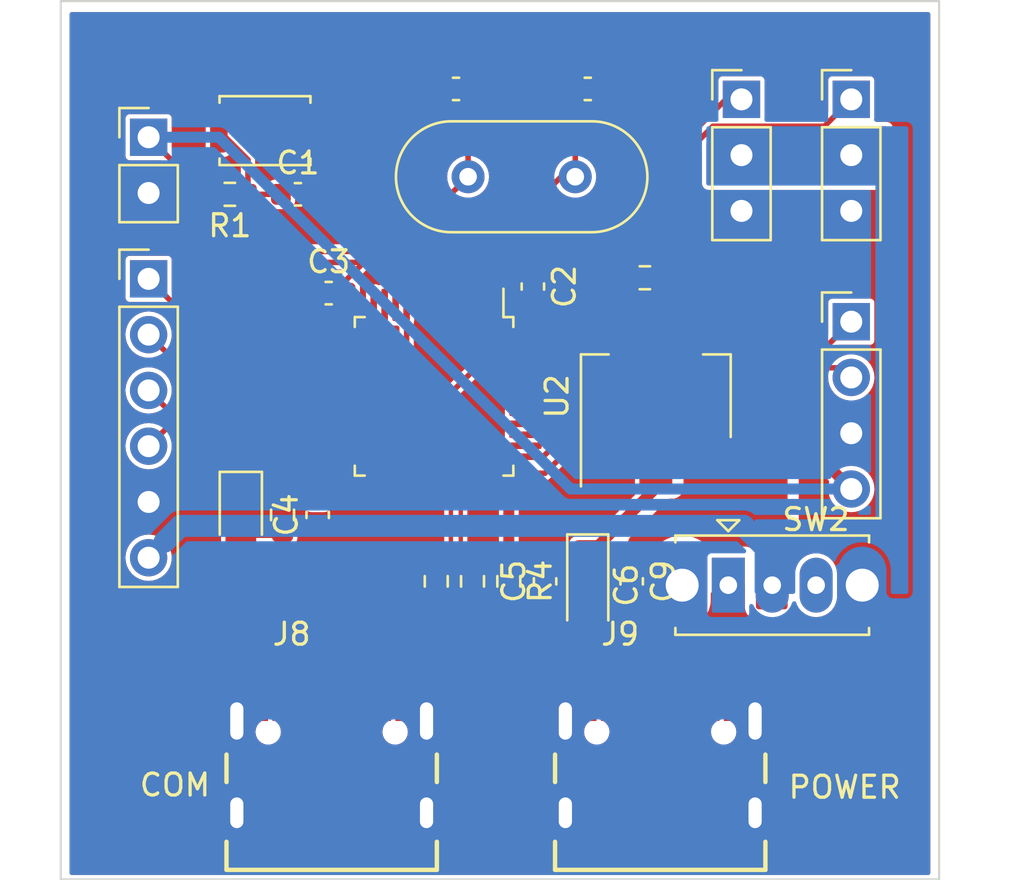
<source format=kicad_pcb>
(kicad_pcb (version 20211014) (generator pcbnew)
  (layers (0 "F.Cu" signal) (31 "B.Cu" signal) (34 "B.Paste" user) (35 "F.Paste" user) (36 "B.SilkS" user "B.Silkscreen") (37 "F.SilkS" user "F.Silkscreen") (38 "B.Mask" user) (39 "F.Mask" user) (44 "Edge.Cuts" user))
  (net 0 "")
  (net 1 "GND")
  (net 2 "+3V3")
  (net 3 "+5V")
  (net 4 "/PD0")
  (net 5 "/PD1")
  (net 6 "Net-(D1-Pad2)")
  (net 7 "Net-(R2-Pad1)")
  (net 8 "Net-(R3-Pad1)")
  (net 19 "/IN1")
  (net 20 "/IN2")
  (net 21 "/IN3")
  (net 22 "/IN4")
  (net 24 "/PB13")
  (net 28 "/PWM2")
  (net 30 "Net-(J4-Pad2)")
  (net 31 "Net-(J4-Pad1)")
  (net 38 "/PWM1")
  (net 39 "/USBD-")
  (net 40 "/USBD+")
  (net 41 "D-")
  (net 42 "D+")
  (net 43 "/VBUS")
  (net 60 "Net-(C1-Pad1)")
  (footprint "Resistor_SMD:R_0603_1608Metric" (layer "F.Cu") (at 100.7 101.8 180)
    (fp_text reference "R1" (at 0 -1.43) (layer "F.SilkS"))
    (fp_text value "10k")
    (fp_line (start -0.237258 0.5225) (end 0.237258 0.5225) (layer "F.SilkS") (width 0.12))
    (fp_line (start -0.237258 -0.5225) (end 0.237258 -0.5225) (layer "F.SilkS") (width 0.12))
    (pad "1" smd roundrect (at -0.825 0 180) (size 0.8 0.95) (layers "F.Cu" "F.Paste" "F.Mask") (net 60 "Net-(C1-Pad1)"))
    (pad "2" smd roundrect (at 0.825 0 180) (size 0.8 0.95) (layers "F.Cu" "F.Paste" "F.Mask") (net 2 "+3V3"))
  )
  (footprint "Crystal:Crystal_HC49-4H_Vertical" (layer "F.Cu") (at 111.55 101)
    (fp_text reference "Y1" hide)
    (fp_text value "8Mhz")
    (fp_line (start -0.76 -2.525) (end 5.64 -2.525) (layer "F.SilkS") (width 0.12))
    (fp_line (start -0.76 2.525) (end 5.64 2.525) (layer "F.SilkS") (width 0.12))
    (fp_arc (start 5.64 -2.525) (mid 8.165 0) (end 5.64 2.525) (layer "F.SilkS") (width 0.12))
    (fp_arc (start -0.76 2.525) (mid -3.285 0) (end -0.76 -2.525) (layer "F.SilkS") (width 0.12))
    (pad "1" thru_hole circle (at 0 0) (size 1.5 1.5) (drill 0.8) (layers *.Cu *.Mask) (net 5 "/PD1"))
    (pad "2" thru_hole circle (at 4.88 0) (size 1.5 1.5) (drill 0.8) (layers *.Cu *.Mask) (net 4 "/PD0"))
  )
  (footprint "Capacitor_SMD:C_0603_1608Metric" (layer "F.Cu") (at 114.5 106 -90)
    (fp_text reference "C2" (at 0 -1.43 90) (layer "F.SilkS"))
    (fp_text value "0.1uF")
    (fp_line (start -0.14058 -0.51) (end 0.14058 -0.51) (layer "F.SilkS") (width 0.12))
    (fp_line (start -0.14058 0.51) (end 0.14058 0.51) (layer "F.SilkS") (width 0.12))
    (pad "1" smd roundrect (at -0.775 0 270) (size 0.9 0.95) (layers "F.Cu" "F.Paste" "F.Mask") (net 1 "GND"))
    (pad "2" smd roundrect (at 0.775 0 270) (size 0.9 0.95) (layers "F.Cu" "F.Paste" "F.Mask") (net 2 "+3V3"))
  )
  (footprint "Button_Switch_SMD:SW_Push_SPST_NO_Alps_SKRK" (layer "F.Cu") (at 102.3 98.9)
    (fp_text reference "SW1" hide)
    (fp_text value "SW_Push")
    (fp_line (start -2.07 -1.27) (end -2.07 -1.57) (layer "F.SilkS") (width 0.12))
    (fp_line (start -2.07 -1.57) (end 2.07 -1.57) (layer "F.SilkS") (width 0.12))
    (fp_line (start 2.07 1.57) (end -2.07 1.57) (layer "F.SilkS") (width 0.12))
    (fp_line (start 2.07 1.27) (end 2.07 1.57) (layer "F.SilkS") (width 0.12))
    (fp_line (start -2.07 1.57) (end -2.07 1.27) (layer "F.SilkS") (width 0.12))
    (fp_line (start 2.07 -1.57) (end 2.07 -1.27) (layer "F.SilkS") (width 0.12))
    (pad "1" smd roundrect (at -2.1 0) (size 0.8 2) (layers "F.Cu" "F.Paste" "F.Mask") (net 60 "Net-(C1-Pad1)"))
    (pad "2" smd roundrect (at 2.1 0) (size 0.8 2) (layers "F.Cu" "F.Paste" "F.Mask") (net 1 "GND"))
  )
  (footprint "Capacitor_SMD:C_0603_1608Metric" (layer "F.Cu") (at 103.8 101.8)
    (fp_text reference "C1" (at 0 -1.43) (layer "F.SilkS"))
    (fp_text value "0.1uF")
    (fp_line (start -0.14058 -0.51) (end 0.14058 -0.51) (layer "F.SilkS") (width 0.12))
    (fp_line (start -0.14058 0.51) (end 0.14058 0.51) (layer "F.SilkS") (width 0.12))
    (pad "1" smd roundrect (at -0.775 0) (size 0.9 0.95) (layers "F.Cu" "F.Paste" "F.Mask") (net 60 "Net-(C1-Pad1)"))
    (pad "2" smd roundrect (at 0.775 0) (size 0.9 0.95) (layers "F.Cu" "F.Paste" "F.Mask") (net 1 "GND"))
  )
  (footprint "Package_TO_SOT_SMD:SOT-223" (layer "F.Cu") (at 120.1 111 90)
    (fp_text reference "U2" (at 0 -4.5 90) (layer "F.SilkS"))
    (fp_text value "AMS1117-3.3")
    (fp_line (start -1.85 3.41) (end 1.91 3.41) (layer "F.SilkS") (width 0.12))
    (fp_line (start 1.91 3.41) (end 1.91 2.15) (layer "F.SilkS") (width 0.12))
    (fp_line (start 1.91 -3.41) (end 1.91 -2.15) (layer "F.SilkS") (width 0.12))
    (fp_line (start -4.1 -3.41) (end 1.91 -3.41) (layer "F.SilkS") (width 0.12))
    (pad "1" smd rect (at -3.15 -2.3 90) (size 2 1.5) (layers "F.Cu" "F.Paste" "F.Mask") (net 1 "GND"))
    (pad "2" smd rect (at -3.15 0 90) (size 2 1.5) (layers "F.Cu" "F.Paste" "F.Mask") (net 2 "+3V3"))
    (pad "3" smd rect (at -3.15 2.3 90) (size 2 1.5) (layers "F.Cu" "F.Paste" "F.Mask") (net 3 "+5V"))
    (pad "4" smd rect (at 3.15 0 90) (size 2 3.8) (layers "F.Cu" "F.Paste" "F.Mask"))
  )
  (footprint "Capacitor_SMD:C_0603_1608Metric" (layer "F.Cu") (at 119 119.425 -90)
    (fp_text reference "C9" (at 0 -1.43 90) (layer "F.SilkS"))
    (fp_text value "10uF")
    (fp_line (start -0.14058 0.51) (end 0.14058 0.51) (layer "F.SilkS") (width 0.12))
    (fp_line (start -0.14058 -0.51) (end 0.14058 -0.51) (layer "F.SilkS") (width 0.12))
    (pad "1" smd roundrect (at -0.775 0 270) (size 0.9 0.95) (layers "F.Cu" "F.Paste" "F.Mask") (net 3 "+5V"))
    (pad "2" smd roundrect (at 0.775 0 270) (size 0.9 0.95) (layers "F.Cu" "F.Paste" "F.Mask") (net 1 "GND"))
  )
  (footprint "Capacitor_SMD:C_0603_1608Metric" (layer "F.Cu") (at 104.7 116.4 90)
    (fp_text reference "C4" (at 0 -1.43 90) (layer "F.SilkS"))
    (fp_text value "0.1uF")
    (fp_line (start -0.14058 -0.51) (end 0.14058 -0.51) (layer "F.SilkS") (width 0.12))
    (fp_line (start -0.14058 0.51) (end 0.14058 0.51) (layer "F.SilkS") (width 0.12))
    (pad "1" smd roundrect (at -0.775 0 90) (size 0.9 0.95) (layers "F.Cu" "F.Paste" "F.Mask") (net 1 "GND"))
    (pad "2" smd roundrect (at 0.775 0 90) (size 0.9 0.95) (layers "F.Cu" "F.Paste" "F.Mask") (net 2 "+3V3"))
  )
  (footprint "Capacitor_SMD:C_0603_1608Metric" (layer "F.Cu") (at 105.2 106.3)
    (fp_text reference "C3" (at 0 -1.43) (layer "F.SilkS"))
    (fp_text value "0.1uF")
    (fp_line (start -0.14058 -0.51) (end 0.14058 -0.51) (layer "F.SilkS") (width 0.12))
    (fp_line (start -0.14058 0.51) (end 0.14058 0.51) (layer "F.SilkS") (width 0.12))
    (pad "1" smd roundrect (at -0.775 0) (size 0.9 0.95) (layers "F.Cu" "F.Paste" "F.Mask") (net 1 "GND"))
    (pad "2" smd roundrect (at 0.775 0) (size 0.9 0.95) (layers "F.Cu" "F.Paste" "F.Mask") (net 2 "+3V3"))
  )
  (footprint "USB4105-GF-A:GCT_USB4105-GF-A" (layer "F.Cu") (at 105.3375 129.965)
    (fp_text reference "J8" (at -1.825 -8.135) (layer "F.SilkS"))
    (fp_text value "USB4105-GF-A")
    (fp_line (start -4.79 -2.65) (end -4.79 -1.4) (layer "F.SilkS") (width 0.2))
    (fp_line (start 4.79 -2.65) (end 4.79 -1.4) (layer "F.SilkS") (width 0.2))
    (fp_line (start -4.79 1.32) (end -4.79 2.6) (layer "F.SilkS") (width 0.2))
    (fp_line (start 4.79 2.6) (end 4.79 1.32) (layer "F.SilkS") (width 0.2))
    (fp_line (start -4.79 2.6) (end 4.79 2.6) (layer "F.SilkS") (width 0.2))
    (pad "" np_thru_hole circle locked (at -2.89 -3.68) (size 0.65 0.65) (drill 0.65) (layers *.Cu *.Mask))
    (pad "" np_thru_hole circle locked (at 2.89 -3.68) (size 0.65 0.65) (drill 0.65) (layers *.Cu *.Mask))
    (pad "A1_B12" smd rect locked (at -3.2 -4.755) (size 0.6 1.15) (layers "F.Cu" "F.Paste" "F.Mask") (net 1 "GND"))
    (pad "A4_B9" smd rect locked (at -2.4 -4.755) (size 0.6 1.15) (layers "F.Cu" "F.Paste" "F.Mask"))
    (pad "A5" smd rect locked (at -1.25 -4.755) (size 0.3 1.15) (layers "F.Cu" "F.Paste" "F.Mask"))
    (pad "A6" smd rect locked (at -0.25 -4.755) (size 0.3 1.15) (layers "F.Cu" "F.Paste" "F.Mask") (net 42 "D+"))
    (pad "A7" smd rect locked (at 0.25 -4.755) (size 0.3 1.15) (layers "F.Cu" "F.Paste" "F.Mask") (net 41 "D-"))
    (pad "A8" smd rect locked (at 1.25 -4.755) (size 0.3 1.15) (layers "F.Cu" "F.Paste" "F.Mask"))
    (pad "B1_A12" smd rect locked (at 3.2 -4.755) (size 0.6 1.15) (layers "F.Cu" "F.Paste" "F.Mask") (net 1 "GND"))
    (pad "B4_A9" smd rect locked (at 2.4 -4.755) (size 0.6 1.15) (layers "F.Cu" "F.Paste" "F.Mask"))
    (pad "B5" smd rect locked (at 1.75 -4.755) (size 0.3 1.15) (layers "F.Cu" "F.Paste" "F.Mask"))
    (pad "B6" smd rect locked (at 0.75 -4.755) (size 0.3 1.15) (layers "F.Cu" "F.Paste" "F.Mask") (net 42 "D+"))
    (pad "B7" smd rect locked (at -0.75 -4.755) (size 0.3 1.15) (layers "F.Cu" "F.Paste" "F.Mask") (net 41 "D-"))
    (pad "B8" smd rect locked (at -1.75 -4.755) (size 0.3 1.15) (layers "F.Cu" "F.Paste" "F.Mask"))
    (pad "S1" thru_hole oval locked (at -4.32 -4.18) (size 1.05 2.1) (drill oval 0.6 1.7) (layers *.Cu *.Mask) (net 1 "GND"))
    (pad "S2" thru_hole oval locked (at -4.32 0) (size 1 2) (drill oval 0.6 1.4) (layers *.Cu *.Mask) (net 1 "GND"))
    (pad "S3" thru_hole oval locked (at 4.32 0) (size 1 2) (drill oval 0.6 1.4) (layers *.Cu *.Mask) (net 1 "GND"))
    (pad "S4" thru_hole oval locked (at 4.32 -4.18) (size 1.05 2.1) (drill oval 0.6 1.7) (layers *.Cu *.Mask) (net 1 "GND"))
  )
  (footprint "Resistor_SMD:R_0603_1608Metric" (layer "F.Cu") (at 110.1 119.425 -90)
    (fp_text reference "R5" hide)
    (fp_text value "22R")
    (fp_line (start -0.237258 -0.5225) (end 0.237258 -0.5225) (layer "F.SilkS") (width 0.12))
    (fp_line (start -0.237258 0.5225) (end 0.237258 0.5225) (layer "F.SilkS") (width 0.12))
    (pad "1" smd roundrect (at -0.825 0 270) (size 0.8 0.95) (layers "F.Cu" "F.Paste" "F.Mask") (net 39 "/USBD-"))
    (pad "2" smd roundrect (at 0.825 0 270) (size 0.8 0.95) (layers "F.Cu" "F.Paste" "F.Mask") (net 41 "D-"))
  )
  (footprint "LED_SMD:LED_0805_2012Metric_Pad1.15x1.40mm_HandSolder" (layer "F.Cu") (at 101.2 116.3 -90)
    (fp_text reference "D1" hide)
    (fp_text value "LED")
    (fp_line (start -1.86 -0.96) (end -1.86 0.96) (layer "F.SilkS") (width 0.12))
    (fp_line (start -1.86 0.96) (end 1 0.96) (layer "F.SilkS") (width 0.12))
    (fp_line (start 1 -0.96) (end -1.86 -0.96) (layer "F.SilkS") (width 0.12))
    (pad "1" smd roundrect (at -1.025 0 270) (size 1.15 1.4) (layers "F.Cu" "F.Paste" "F.Mask") (roundrect_rratio 0.2173913043) (net 1 "GND"))
    (pad "2" smd roundrect (at 1.025 0 270) (size 1.15 1.4) (layers "F.Cu" "F.Paste" "F.Mask") (roundrect_rratio 0.2173913043) (net 6 "Net-(D1-Pad2)"))
  )
  (footprint "Capacitor_SMD:C_0603_1608Metric" (layer "F.Cu") (at 115.056 119.425 90)
    (fp_text reference "C5" (at 0 -1.43 90) (layer "F.SilkS"))
    (fp_text value "0.1uF")
    (fp_line (start -0.14058 -0.51) (end 0.14058 -0.51) (layer "F.SilkS") (width 0.12))
    (fp_line (start -0.14058 0.51) (end 0.14058 0.51) (layer "F.SilkS") (width 0.12))
    (pad "1" smd roundrect (at -0.775 0 90) (size 0.9 0.95) (layers "F.Cu" "F.Paste" "F.Mask") (net 1 "GND"))
    (pad "2" smd roundrect (at 0.775 0 90) (size 0.9 0.95) (layers "F.Cu" "F.Paste" "F.Mask") (net 2 "+3V3"))
  )
  (footprint "Capacitor_SMD:C_0603_1608Metric" (layer "F.Cu") (at 117 97 180)
    (fp_text reference "C7" hide)
    (fp_text value "30pF")
    (fp_line (start -0.14058 -0.51) (end 0.14058 -0.51) (layer "F.SilkS") (width 0.12))
    (fp_line (start -0.14058 0.51) (end 0.14058 0.51) (layer "F.SilkS") (width 0.12))
    (pad "1" smd roundrect (at -0.775 0 180) (size 0.9 0.95) (layers "F.Cu" "F.Paste" "F.Mask") (net 1 "GND"))
    (pad "2" smd roundrect (at 0.775 0 180) (size 0.9 0.95) (layers "F.Cu" "F.Paste" "F.Mask") (net 4 "/PD0"))
  )
  (footprint "Connector_PinHeader_2.54mm:PinHeader_1x03_P2.54mm_Vertical" (layer "F.Cu") (at 129 97.475)
    (fp_text reference "J1" hide)
    (fp_text value "Conn_01x03_Male")
    (fp_line (start -1.33 6.41) (end 1.33 6.41) (layer "F.SilkS") (width 0.12))
    (fp_line (start -1.33 1.27) (end 1.33 1.27) (layer "F.SilkS") (width 0.12))
    (fp_line (start 1.33 1.27) (end 1.33 6.41) (layer "F.SilkS") (width 0.12))
    (fp_line (start -1.33 1.27) (end -1.33 6.41) (layer "F.SilkS") (width 0.12))
    (fp_line (start -1.33 -1.33) (end 0 -1.33) (layer "F.SilkS") (width 0.12))
    (fp_line (start -1.33 0) (end -1.33 -1.33) (layer "F.SilkS") (width 0.12))
    (pad "1" thru_hole rect (at 0 0) (size 1.7 1.7) (drill 1) (layers *.Cu *.Mask) (net 28 "/PWM2"))
    (pad "2" thru_hole oval (at 0 2.54) (size 1.7 1.7) (drill 1) (layers *.Cu *.Mask) (net 3 "+5V"))
    (pad "3" thru_hole oval (at 0 5.08) (size 1.7 1.7) (drill 1) (layers *.Cu *.Mask) (net 1 "GND"))
  )
  (footprint "Capacitor_Tantalum_SMD:CP_EIA-3216-18_Kemet-A" (layer "F.Cu") (at 117 119.6 -90)
    (fp_text reference "C6" (at 0 -1.75 90) (layer "F.SilkS"))
    (fp_text value "22uF")
    (fp_line (start -2.31 -0.935) (end -2.31 0.935) (layer "F.SilkS") (width 0.12))
    (fp_line (start 1.6 -0.935) (end -2.31 -0.935) (layer "F.SilkS") (width 0.12))
    (fp_line (start -2.31 0.935) (end 1.6 0.935) (layer "F.SilkS") (width 0.12))
    (pad "1" smd roundrect (at -1.35 0 270) (size 1.4 1.35) (layers "F.Cu" "F.Paste" "F.Mask") (roundrect_rratio 0.1851851852) (net 2 "+3V3"))
    (pad "2" smd roundrect (at 1.35 0 270) (size 1.4 1.35) (layers "F.Cu" "F.Paste" "F.Mask") (roundrect_rratio 0.1851851852) (net 1 "GND"))
  )
  (footprint "Resistor_SMD:R_0603_1608Metric" (layer "F.Cu") (at 111.752 119.425 -90)
    (fp_text reference "R6" hide)
    (fp_text value "22R")
    (fp_line (start -0.237258 -0.5225) (end 0.237258 -0.5225) (layer "F.SilkS") (width 0.12))
    (fp_line (start -0.237258 0.5225) (end 0.237258 0.5225) (layer "F.SilkS") (width 0.12))
    (pad "1" smd roundrect (at -0.825 0 270) (size 0.8 0.95) (layers "F.Cu" "F.Paste" "F.Mask") (net 40 "/USBD+"))
    (pad "2" smd roundrect (at 0.825 0 270) (size 0.8 0.95) (layers "F.Cu" "F.Paste" "F.Mask") (net 42 "D+"))
  )
  (footprint "Resistor_SMD:R_0603_1608Metric" (layer "F.Cu") (at 103.1 116.4 -90)
    (fp_text reference "R3" hide)
    (fp_text value "4.7k")
    (fp_line (start -0.237258 0.5225) (end 0.237258 0.5225) (layer "F.SilkS") (width 0.12))
    (fp_line (start -0.237258 -0.5225) (end 0.237258 -0.5225) (layer "F.SilkS") (width 0.12))
    (pad "1" smd roundrect (at -0.825 0 270) (size 0.8 0.95) (layers "F.Cu" "F.Paste" "F.Mask") (net 8 "Net-(R3-Pad1)"))
    (pad "2" smd roundrect (at 0.825 0 270) (size 0.8 0.95) (layers "F.Cu" "F.Paste" "F.Mask") (net 6 "Net-(D1-Pad2)"))
  )
  (footprint "Connector_PinHeader_2.54mm:PinHeader_1x04_P2.54mm_Vertical" (layer "F.Cu") (at 129 107.6)
    (fp_text reference "J4" hide)
    (fp_text value "Conn_01x04_Male")
    (fp_line (start -1.33 0) (end -1.33 -1.33) (layer "F.SilkS") (width 0.12))
    (fp_line (start -1.33 1.27) (end -1.33 8.95) (layer "F.SilkS") (width 0.12))
    (fp_line (start -1.33 -1.33) (end 0 -1.33) (layer "F.SilkS") (width 0.12))
    (fp_line (start -1.33 8.95) (end 1.33 8.95) (layer "F.SilkS") (width 0.12))
    (fp_line (start -1.33 1.27) (end 1.33 1.27) (layer "F.SilkS") (width 0.12))
    (fp_line (start 1.33 1.27) (end 1.33 8.95) (layer "F.SilkS") (width 0.12))
    (pad "1" thru_hole rect (at 0 0) (size 1.7 1.7) (drill 1) (layers *.Cu *.Mask) (net 31 "Net-(J4-Pad1)"))
    (pad "2" thru_hole oval (at 0 2.54) (size 1.7 1.7) (drill 1) (layers *.Cu *.Mask) (net 30 "Net-(J4-Pad2)"))
    (pad "3" thru_hole oval (at 0 5.08) (size 1.7 1.7) (drill 1) (layers *.Cu *.Mask) (net 1 "GND"))
    (pad "4" thru_hole oval (at 0 7.62) (size 1.7 1.7) (drill 1) (layers *.Cu *.Mask) (net 2 "+3V3"))
  )
  (footprint "Connector_PinHeader_2.54mm:PinHeader_1x03_P2.54mm_Vertical" (layer "F.Cu") (at 124 97.475)
    (fp_text reference "J2" hide)
    (fp_text value "Conn_01x03_Male")
    (fp_line (start -1.33 -1.33) (end 0 -1.33) (layer "F.SilkS") (width 0.12))
    (fp_line (start -1.33 1.27) (end -1.33 6.41) (layer "F.SilkS") (width 0.12))
    (fp_line (start -1.33 1.27) (end 1.33 1.27) (layer "F.SilkS") (width 0.12))
    (fp_line (start 1.33 1.27) (end 1.33 6.41) (layer "F.SilkS") (width 0.12))
    (fp_line (start -1.33 6.41) (end 1.33 6.41) (layer "F.SilkS") (width 0.12))
    (fp_line (start -1.33 0) (end -1.33 -1.33) (layer "F.SilkS") (width 0.12))
    (pad "1" thru_hole rect (at 0 0) (size 1.7 1.7) (drill 1) (layers *.Cu *.Mask) (net 38 "/PWM1"))
    (pad "2" thru_hole oval (at 0 2.54) (size 1.7 1.7) (drill 1) (layers *.Cu *.Mask) (net 3 "+5V"))
    (pad "3" thru_hole oval (at 0 5.08) (size 1.7 1.7) (drill 1) (layers *.Cu *.Mask) (net 1 "GND"))
  )
  (footprint "Connector_PinHeader_2.54mm:PinHeader_1x02_P2.54mm_Vertical" (layer "F.Cu") (at 97 99.2)
    (fp_text reference "J7" hide)
    (fp_text value "Conn_01x02_Male")
    (fp_line (start -1.33 3.87) (end 1.33 3.87) (layer "F.SilkS") (width 0.12))
    (fp_line (start 1.33 1.27) (end 1.33 3.87) (layer "F.SilkS") (width 0.12))
    (fp_line (start -1.33 0) (end -1.33 -1.33) (layer "F.SilkS") (width 0.12))
    (fp_line (start -1.33 1.27) (end 1.33 1.27) (layer "F.SilkS") (width 0.12))
    (fp_line (start -1.33 -1.33) (end 0 -1.33) (layer "F.SilkS") (width 0.12))
    (fp_line (start -1.33 1.27) (end -1.33 3.87) (layer "F.SilkS") (width 0.12))
    (pad "1" thru_hole rect (at 0 0) (size 1.7 1.7) (drill 1) (layers *.Cu *.Mask) (net 2 "+3V3"))
    (pad "2" thru_hole oval (at 0 2.54) (size 1.7 1.7) (drill 1) (layers *.Cu *.Mask) (net 1 "GND"))
  )
  (footprint "Button_Switch_THT:SW_Slide_1P2T_CK_OS102011MS2Q" (layer "F.Cu") (at 123.4 119.6)
    (fp_text reference "SW2" (at 3.99 -2.99) (layer "F.SilkS"))
    (fp_text value "SW_SPDT")
    (fp_line (start -2.41 2.26) (end -2.41 1.95) (layer "F.SilkS") (width 0.12))
    (fp_line (start 0.5 -2.96) (end -0.5 -2.96) (layer "F.SilkS") (width 0.12))
    (fp_line (start 6.41 -2.26) (end 6.41 -1.95) (layer "F.SilkS") (width 0.12))
    (fp_line (start -2.41 -2.26) (end 6.41 -2.26) (layer "F.SilkS") (width 0.12))
    (fp_line (start 0 -2.46) (end 0.5 -2.96) (layer "F.SilkS") (width 0.12))
    (fp_line (start 6.41 2.26) (end -2.41 2.26) (layer "F.SilkS") (width 0.12))
    (fp_line (start 6.41 2.26) (end 6.41 1.95) (layer "F.SilkS") (width 0.12))
    (fp_line (start -2.41 -1.95) (end -2.41 -2.26) (layer "F.SilkS") (width 0.12))
    (fp_line (start -0.5 -2.96) (end 0 -2.46) (layer "F.SilkS") (width 0.12))
    (pad "1" thru_hole rect (at 0 0) (size 1.5 2.5) (drill 0.8) (layers *.Cu *.Mask) (net 43 "/VBUS"))
    (pad "2" thru_hole oval (at 2 0) (size 1.5 2.5) (drill 0.8) (layers *.Cu *.Mask) (net 3 "+5V"))
    (pad "3" thru_hole oval (at 4 0) (size 1.5 2.5) (drill 0.8) (layers *.Cu *.Mask))
    (pad "4" thru_hole oval (at -2.1 0) (size 2.2 3.5) (drill 1.5) (layers *.Cu *.Mask) (net 1 "GND"))
    (pad "5" thru_hole oval (at 6.1 0) (size 2.2 3.5) (drill 1.5) (layers *.Cu *.Mask) (net 1 "GND"))
  )
  (footprint "Package_QFP:LQFP-48_7x7mm_P0.5mm" (layer "F.Cu") (at 110 111 -90)
    (fp_text reference "U1" hide)
    (fp_text value "STM32F103C8Tx")
    (fp_line (start 3.61 3.61) (end 3.61 3.16) (layer "F.SilkS") (width 0.12))
    (fp_line (start 3.16 -3.61) (end 3.61 -3.61) (layer "F.SilkS") (width 0.12))
    (fp_line (start -3.16 3.61) (end -3.61 3.61) (layer "F.SilkS") (width 0.12))
    (fp_line (start -3.61 3.61) (end -3.61 3.16) (layer "F.SilkS") (width 0.12))
    (fp_line (start 3.61 -3.61) (end 3.61 -3.16) (layer "F.SilkS") (width 0.12))
    (fp_line (start -3.61 -3.16) (end -4.9 -3.16) (layer "F.SilkS") (width 0.12))
    (fp_line (start -3.16 -3.61) (end -3.61 -3.61) (layer "F.SilkS") (width 0.12))
    (fp_line (start -3.61 -3.61) (end -3.61 -3.16) (layer "F.SilkS") (width 0.12))
    (fp_line (start 3.16 3.61) (end 3.61 3.61) (layer "F.SilkS") (width 0.12))
    (pad "1" smd roundrect (at -4.1625 -2.75 270) (size 1.475 0.3) (layers "F.Cu" "F.Paste" "F.Mask"))
    (pad "2" smd roundrect (at -4.1625 -2.25 270) (size 1.475 0.3) (layers "F.Cu" "F.Paste" "F.Mask"))
    (pad "3" smd roundrect (at -4.1625 -1.75 270) (size 1.475 0.3) (layers "F.Cu" "F.Paste" "F.Mask"))
    (pad "4" smd roundrect (at -4.1625 -1.25 270) (size 1.475 0.3) (layers "F.Cu" "F.Paste" "F.Mask"))
    (pad "5" smd roundrect (at -4.1625 -0.75 270) (size 1.475 0.3) (layers "F.Cu" "F.Paste" "F.Mask") (net 4 "/PD0"))
    (pad "6" smd roundrect (at -4.1625 -0.25 270) (size 1.475 0.3) (layers "F.Cu" "F.Paste" "F.Mask") (net 5 "/PD1"))
    (pad "7" smd roundrect (at -4.1625 0.25 270) (size 1.475 0.3) (layers "F.Cu" "F.Paste" "F.Mask") (net 60 "Net-(C1-Pad1)"))
    (pad "8" smd roundrect (at -4.1625 0.75 270) (size 1.475 0.3) (layers "F.Cu" "F.Paste" "F.Mask") (net 1 "GND"))
    (pad "9" smd roundrect (at -4.1625 1.25 270) (size 1.475 0.3) (layers "F.Cu" "F.Paste" "F.Mask") (net 2 "+3V3"))
    (pad "10" smd roundrect (at -4.1625 1.75 270) (size 1.475 0.3) (layers "F.Cu" "F.Paste" "F.Mask"))
    (pad "11" smd roundrect (at -4.1625 2.25 270) (size 1.475 0.3) (layers "F.Cu" "F.Paste" "F.Mask"))
    (pad "12" smd roundrect (at -4.1625 2.75 270) (size 1.475 0.3) (layers "F.Cu" "F.Paste" "F.Mask"))
    (pad "13" smd roundrect (at -2.75 4.1625 270) (size 0.3 1.475) (layers "F.Cu" "F.Paste" "F.Mask"))
    (pad "14" smd roundrect (at -2.25 4.1625 270) (size 0.3 1.475) (layers "F.Cu" "F.Paste" "F.Mask"))
    (pad "15" smd roundrect (at -1.75 4.1625 270) (size 0.3 1.475) (layers "F.Cu" "F.Paste" "F.Mask"))
    (pad "16" smd roundrect (at -1.25 4.1625 270) (size 0.3 1.475) (layers "F.Cu" "F.Paste" "F.Mask"))
    (pad "17" smd roundrect (at -0.75 4.1625 270) (size 0.3 1.475) (layers "F.Cu" "F.Paste" "F.Mask"))
    (pad "18" smd roundrect (at -0.25 4.1625 270) (size 0.3 1.475) (layers "F.Cu" "F.Paste" "F.Mask") (net 19 "/IN1"))
    (pad "19" smd roundrect (at 0.25 4.1625 270) (size 0.3 1.475) (layers "F.Cu" "F.Paste" "F.Mask") (net 20 "/IN2"))
    (pad "20" smd roundrect (at 0.75 4.1625 270) (size 0.3 1.475) (layers "F.Cu" "F.Paste" "F.Mask") (net 21 "/IN3"))
    (pad "21" smd roundrect (at 1.25 4.1625 270) (size 0.3 1.475) (layers "F.Cu" "F.Paste" "F.Mask") (net 22 "/IN4"))
    (pad "22" smd roundrect (at 1.75 4.1625 270) (size 0.3 1.475) (layers "F.Cu" "F.Paste" "F.Mask") (net 8 "Net-(R3-Pad1)"))
    (pad "23" smd roundrect (at 2.25 4.1625 270) (size 0.3 1.475) (layers "F.Cu" "F.Paste" "F.Mask") (net 1 "GND"))
    (pad "24" smd roundrect (at 2.75 4.1625 270) (size 0.3 1.475) (layers "F.Cu" "F.Paste" "F.Mask") (net 2 "+3V3"))
    (pad "25" smd roundrect (at 4.1625 2.75 270) (size 1.475 0.3) (layers "F.Cu" "F.Paste" "F.Mask"))
    (pad "26" smd roundrect (at 4.1625 2.25 270) (size 1.475 0.3) (layers "F.Cu" "F.Paste" "F.Mask") (net 24 "/PB13"))
    (pad "27" smd roundrect (at 4.1625 1.75 270) (size 1.475 0.3) (layers "F.Cu" "F.Paste" "F.Mask"))
    (pad "28" smd roundrect (at 4.1625 1.25 270) (size 1.475 0.3) (layers "F.Cu" "F.Paste" "F.Mask"))
    (pad "29" smd roundrect (at 4.1625 0.75 270) (size 1.475 0.3) (layers "F.Cu" "F.Paste" "F.Mask"))
    (pad "30" smd roundrect (at 4.1625 0.25 270) (size 1.475 0.3) (layers "F.Cu" "F.Paste" "F.Mask"))
    (pad "31" smd roundrect (at 4.1625 -0.25 270) (size 1.475 0.3) (layers "F.Cu" "F.Paste" "F.Mask"))
    (pad "32" smd roundrect (at 4.1625 -0.75 270) (size 1.475 0.3) (layers "F.Cu" "F.Paste" "F.Mask") (net 39 "/USBD-"))
    (pad "33" smd roundrect (at 4.1625 -1.25 270) (size 1.475 0.3) (layers "F.Cu" "F.Paste" "F.Mask") (net 40 "/USBD+"))
    (pad "34" smd roundrect (at 4.1625 -1.75 270) (size 1.475 0.3) (layers "F.Cu" "F.Paste" "F.Mask") (net 30 "Net-(J4-Pad2)"))
    (pad "35" smd roundrect (at 4.1625 -2.25 270) (size 1.475 0.3) (layers "F.Cu" "F.Paste" "F.Mask") (net 1 "GND"))
    (pad "36" smd roundrect (at 4.1625 -2.75 270) (size 1.475 0.3) (layers "F.Cu" "F.Paste" "F.Mask") (net 2 "+3V3"))
    (pad "37" smd roundrect (at 2.75 -4.1625 270) (size 0.3 1.475) (layers "F.Cu" "F.Paste" "F.Mask") (net 31 "Net-(J4-Pad1)"))
    (pad "38" smd roundrect (at 2.25 -4.1625 270) (size 0.3 1.475) (layers "F.Cu" "F.Paste" "F.Mask"))
    (pad "39" smd roundrect (at 1.75 -4.1625 270) (size 0.3 1.475) (layers "F.Cu" "F.Paste" "F.Mask"))
    (pad "40" smd roundrect (at 1.25 -4.1625 270) (size 0.3 1.475) (layers "F.Cu" "F.Paste" "F.Mask"))
    (pad "41" smd roundrect (at 0.75 -4.1625 270) (size 0.3 1.475) (layers "F.Cu" "F.Paste" "F.Mask"))
    (pad "42" smd roundrect (at 0.25 -4.1625 270) (size 0.3 1.475) (layers "F.Cu" "F.Paste" "F.Mask"))
    (pad "43" smd roundrect (at -0.25 -4.1625 270) (size 0.3 1.475) (layers "F.Cu" "F.Paste" "F.Mask"))
    (pad "44" smd roundrect (at -0.75 -4.1625 270) (size 0.3 1.475) (layers "F.Cu" "F.Paste" "F.Mask") (net 7 "Net-(R2-Pad1)"))
    (pad "45" smd roundrect (at -1.25 -4.1625 270) (size 0.3 1.475) (layers "F.Cu" "F.Paste" "F.Mask") (net 28 "/PWM2"))
    (pad "46" smd roundrect (at -1.75 -4.1625 270) (size 0.3 1.475) (layers "F.Cu" "F.Paste" "F.Mask") (net 38 "/PWM1"))
    (pad "47" smd roundrect (at -2.25 -4.1625 270) (size 0.3 1.475) (layers "F.Cu" "F.Paste" "F.Mask") (net 1 "GND"))
    (pad "48" smd roundrect (at -2.75 -4.1625 270) (size 0.3 1.475) (layers "F.Cu" "F.Paste" "F.Mask") (net 2 "+3V3"))
  )
  (footprint "Resistor_SMD:R_0603_1608Metric" (layer "F.Cu") (at 119.6 105.6)
    (fp_text reference "R2" hide)
    (fp_text value "4.7k")
    (fp_line (start -0.237258 -0.5225) (end 0.237258 -0.5225) (layer "F.SilkS") (width 0.12))
    (fp_line (start -0.237258 0.5225) (end 0.237258 0.5225) (layer "F.SilkS") (width 0.12))
    (pad "1" smd roundrect (at -0.825 0) (size 0.8 0.95) (layers "F.Cu" "F.Paste" "F.Mask") (net 7 "Net-(R2-Pad1)"))
    (pad "2" smd roundrect (at 0.825 0) (size 0.8 0.95) (layers "F.Cu" "F.Paste" "F.Mask") (net 1 "GND"))
  )
  (footprint "Resistor_SMD:R_0603_1608Metric" (layer "F.Cu") (at 113.404 119.425 -90)
    (fp_text reference "R4" (at 0 -1.43 90) (layer "F.SilkS"))
    (fp_text value "1.5K")
    (fp_line (start -0.237258 -0.5225) (end 0.237258 -0.5225) (layer "F.SilkS") (width 0.12))
    (fp_line (start -0.237258 0.5225) (end 0.237258 0.5225) (layer "F.SilkS") (width 0.12))
    (pad "1" smd roundrect (at -0.825 0 270) (size 0.8 0.95) (layers "F.Cu" "F.Paste" "F.Mask") (net 2 "+3V3"))
    (pad "2" smd roundrect (at 0.825 0 270) (size 0.8 0.95) (layers "F.Cu" "F.Paste" "F.Mask") (net 42 "D+"))
  )
  (footprint "USB4105-GF-A:GCT_USB4105-GF-A" (layer "F.Cu") (at 120.3 129.965)
    (fp_text reference "J9" (at -1.825 -8.135) (layer "F.SilkS"))
    (fp_text value "USB4105-GF-A")
    (fp_line (start 4.79 -2.65) (end 4.79 -1.4) (layer "F.SilkS") (width 0.2))
    (fp_line (start -4.79 -2.65) (end -4.79 -1.4) (layer "F.SilkS") (width 0.2))
    (fp_line (start 4.79 2.6) (end 4.79 1.32) (layer "F.SilkS") (width 0.2))
    (fp_line (start -4.79 2.6) (end 4.79 2.6) (layer "F.SilkS") (width 0.2))
    (fp_line (start -4.79 1.32) (end -4.79 2.6) (layer "F.SilkS") (width 0.2))
    (pad "" np_thru_hole circle locked (at 2.89 -3.68) (size 0.65 0.65) (drill 0.65) (layers *.Cu *.Mask))
    (pad "" np_thru_hole circle locked (at -2.89 -3.68) (size 0.65 0.65) (drill 0.65) (layers *.Cu *.Mask))
    (pad "A1_B12" smd rect locked (at -3.2 -4.755) (size 0.6 1.15) (layers "F.Cu" "F.Paste" "F.Mask") (net 1 "GND"))
    (pad "A4_B9" smd rect locked (at -2.4 -4.755) (size 0.6 1.15) (layers "F.Cu" "F.Paste" "F.Mask") (net 43 "/VBUS"))
    (pad "A5" smd rect locked (at -1.25 -4.755) (size 0.3 1.15) (layers "F.Cu" "F.Paste" "F.Mask"))
    (pad "A6" smd rect locked (at -0.25 -4.755) (size 0.3 1.15) (layers "F.Cu" "F.Paste" "F.Mask"))
    (pad "A7" smd rect locked (at 0.25 -4.755) (size 0.3 1.15) (layers "F.Cu" "F.Paste" "F.Mask"))
    (pad "A8" smd rect locked (at 1.25 -4.755) (size 0.3 1.15) (layers "F.Cu" "F.Paste" "F.Mask"))
    (pad "B1_A12" smd rect locked (at 3.2 -4.755) (size 0.6 1.15) (layers "F.Cu" "F.Paste" "F.Mask") (net 1 "GND"))
    (pad "B4_A9" smd rect locked (at 2.4 -4.755) (size 0.6 1.15) (layers "F.Cu" "F.Paste" "F.Mask") (net 43 "/VBUS"))
    (pad "B5" smd rect locked (at 1.75 -4.755) (size 0.3 1.15) (layers "F.Cu" "F.Paste" "F.Mask"))
    (pad "B6" smd rect locked (at 0.75 -4.755) (size 0.3 1.15) (layers "F.Cu" "F.Paste" "F.Mask"))
    (pad "B7" smd rect locked (at -0.75 -4.755) (size 0.3 1.15) (layers "F.Cu" "F.Paste" "F.Mask"))
    (pad "B8" smd rect locked (at -1.75 -4.755) (size 0.3 1.15) (layers "F.Cu" "F.Paste" "F.Mask"))
    (pad "S1" thru_hole oval locked (at -4.32 -4.18) (size 1.05 2.1) (drill oval 0.6 1.7) (layers *.Cu *.Mask) (net 1 "GND"))
    (pad "S2" thru_hole oval locked (at -4.32 0) (size 1 2) (drill oval 0.6 1.4) (layers *.Cu *.Mask) (net 1 "GND"))
    (pad "S3" thru_hole oval locked (at 4.32 0) (size 1 2) (drill oval 0.6 1.4) (layers *.Cu *.Mask) (net 1 "GND"))
    (pad "S4" thru_hole oval locked (at 4.32 -4.18) (size 1.05 2.1) (drill oval 0.6 1.7) (layers *.Cu *.Mask) (net 1 "GND"))
  )
  (footprint "Connector_PinHeader_2.54mm:PinHeader_1x06_P2.54mm_Vertical" (layer "F.Cu") (at 97 105.65)
    (fp_text reference "J3" hide)
    (fp_text value "Conn_01x06_Male")
    (fp_line (start -1.33 1.27) (end 1.33 1.27) (layer "F.SilkS") (width 0.12))
    (fp_line (start -1.33 0) (end -1.33 -1.33) (layer "F.SilkS") (width 0.12))
    (fp_line (start -1.33 -1.33) (end 0 -1.33) (layer "F.SilkS") (width 0.12))
    (fp_line (start 1.33 1.27) (end 1.33 14.03) (layer "F.SilkS") (width 0.12))
    (fp_line (start -1.33 1.27) (end -1.33 14.03) (layer "F.SilkS") (width 0.12))
    (fp_line (start -1.33 14.03) (end 1.33 14.03) (layer "F.SilkS") (width 0.12))
    (pad "1" thru_hole rect (at 0 0) (size 1.7 1.7) (drill 1) (layers *.Cu *.Mask) (net 19 "/IN1"))
    (pad "2" thru_hole oval (at 0 2.54) (size 1.7 1.7) (drill 1) (layers *.Cu *.Mask) (net 20 "/IN2"))
    (pad "3" thru_hole oval (at 0 5.08) (size 1.7 1.7) (drill 1) (layers *.Cu *.Mask) (net 21 "/IN3"))
    (pad "4" thru_hole oval (at 0 7.62) (size 1.7 1.7) (drill 1) (layers *.Cu *.Mask) (net 22 "/IN4"))
    (pad "5" thru_hole oval (at 0 10.16) (size 1.7 1.7) (drill 1) (layers *.Cu *.Mask) (net 1 "GND"))
    (pad "6" thru_hole oval (at 0 12.7) (size 1.7 1.7) (drill 1) (layers *.Cu *.Mask) (net 3 "+5V"))
  )
  (footprint "Capacitor_SMD:C_0603_1608Metric" (layer "F.Cu") (at 111 97)
    (fp_text reference "C8" hide)
    (fp_text value "30pF")
    (fp_line (start -0.14058 -0.51) (end 0.14058 -0.51) (layer "F.SilkS") (width 0.12))
    (fp_line (start -0.14058 0.51) (end 0.14058 0.51) (layer "F.SilkS") (width 0.12))
    (pad "1" smd roundrect (at -0.775 0) (size 0.9 0.95) (layers "F.Cu" "F.Paste" "F.Mask") (net 1 "GND"))
    (pad "2" smd roundrect (at 0.775 0) (size 0.9 0.95) (layers "F.Cu" "F.Paste" "F.Mask") (net 5 "/PD1"))
  )
  (gr_rect (start 133 133) (end 93 93) (layer "Edge.Cuts") (width 0.1) (fill none))
  (gr_text "POWER\n" (at 128.7 128.8) (layer "F.SilkS") (effects (font (size 1 1))))
  (gr_text "COM" (at 98.2 128.7) (layer "F.SilkS") (effects (font (size 1 1))))
  (segment (start 105.975 106.3) (end 105.975 105.725) (width 0.25) (layer "F.Cu") (net 2))
  (segment (start 108.75 106.8375) (end 108.75 106.034994) (width 0.25) (layer "F.Cu") (net 2))
  (segment (start 120.1 113.4) (end 120.799511 112.700489) (width 0.5) (layer "F.Cu") (net 2))
  (segment (start 114.1625 108.25) (end 114.1625 107.3125) (width 0.25) (layer "F.Cu") (net 2))
  (segment (start 108 113.6) (end 107.85 113.75) (width 0.25) (layer "F.Cu") (net 2))
  (segment (start 126.480489 112.700489) (end 129 115.22) (width 0.5) (layer "F.Cu") (net 2))
  (segment (start 102.97452 104.89952) (end 107.614526 104.89952) (width 0.25) (layer "F.Cu") (net 2))
  (segment (start 108.009994 113.6) (end 108 113.6) (width 0.25) (layer "F.Cu") (net 2))
  (segment (start 114.1625 107.3125) (end 114.6 106.875) (width 0.25) (layer "F.Cu") (net 2))
  (segment (start 108.75 112.85) (end 108.25 113.35) (width 0.25) (layer "F.Cu") (net 2))
  (segment (start 115.456 118.25) (end 115.056 118.65) (width 0.25) (layer "F.Cu") (net 2))
  (segment (start 117.028 118.25) (end 120.1 115.178) (width 0.5) (layer "F.Cu") (net 2))
  (segment (start 114.1625 108.25) (end 113.359994 108.25) (width 0.25) (layer "F.Cu") (net 2))
  (segment (start 113.66 118.6) (end 115.39 118.6) (width 0.5) (layer "F.Cu") (net 2))
  (segment (start 104.7 114.8875) (end 105.8375 113.75) (width 0.25) (layer "F.Cu") (net 2))
  (segment (start 104.7 115.625) (end 104.7 114.8875) (width 0.25) (layer "F.Cu") (net 2))
  (segment (start 120.1 114.15) (end 120.1 113.4) (width 0.5) (layer "F.Cu") (net 2))
  (segment (start 108.75 106.034994) (end 107.614526 104.89952) (width 0.25) (layer "F.Cu") (net 2))
  (segment (start 105.975 105.725) (end 106.80048 104.89952) (width 0.25) (layer "F.Cu") (net 2))
  (segment (start 117.028 118.25) (end 115.456 118.25) (width 0.5) (layer "F.Cu") (net 2))
  (segment (start 99.6 101.8) (end 99.875 101.8) (width 0.25) (layer "F.Cu") (net 2))
  (segment (start 97 99.2) (end 99.6 101.8) (width 0.25) (layer "F.Cu") (net 2))
  (segment (start 107.85 113.75) (end 105.8375 113.75) (width 0.25) (layer "F.Cu") (net 2))
  (segment (start 113.404 115.8165) (end 113.404 115.604) (width 0.5) (layer "F.Cu") (net 2))
  (segment (start 113.359994 108.25) (end 108.009994 113.6) (width 0.25) (layer "F.Cu") (net 2))
  (segment (start 113.404 118.6) (end 113.404 115.8165) (width 0.5) (layer "F.Cu") (net 2))
  (segment (start 108.75 106.8375) (end 108.75 112.85) (width 0.25) (layer "F.Cu") (net 2))
  (segment (start 120.799511 112.700489) (end 126.480489 112.700489) (width 0.5) (layer "F.Cu") (net 2))
  (segment (start 113.404 115.604) (end 112.9 115.1) (width 0.5) (layer "F.Cu") (net 2))
  (segment (start 99.875 101.8) (end 102.97452 104.89952) (width 0.25) (layer "F.Cu") (net 2))
  (segment (start 97 99.2) (end 100.2 99.2) (width 0.5) (layer "B.Cu") (net 2))
  (segment (start 100.2 99.2) (end 116.22 115.22) (width 0.5) (layer "B.Cu") (net 2))
  (segment (start 116.22 115.22) (end 129 115.22) (width 0.5) (layer "B.Cu") (net 2))
  (segment (start 118.9 118.625) (end 122.4 115.125) (width 0.25) (layer "F.Cu") (net 3))
  (segment (start 122.4 115.125) (end 122.4 114.15) (width 0.25) (layer "F.Cu") (net 3))
  (segment (start 125.5 119.6975) (end 125.5 117.25) (width 0.25) (layer "F.Cu") (net 3))
  (segment (start 125.5 117.25) (end 122.4 114.15) (width 0.25) (layer "F.Cu") (net 3))
  (segment (start 125.5 119.1975) (end 125.5 118.3) (width 1) (layer "B.Cu") (net 3))
  (segment (start 124.1 116.9) (end 98.45 116.9) (width 1) (layer "B.Cu") (net 3))
  (segment (start 125.5 119.6975) (end 125.5 119.1975) (width 0.25) (layer "B.Cu") (net 3))
  (segment (start 98.45 116.9) (end 97.72702 117.62298) (width 1) (layer "B.Cu") (net 3))
  (segment (start 97.72702 117.62298) (end 97 118.35) (width 0.25) (layer "B.Cu") (net 3))
  (segment (start 125.5 118.3) (end 124.1 116.9) (width 1) (layer "B.Cu") (net 3))
  (segment (start 115.784994 101) (end 116.43 101) (width 0.25) (layer "F.Cu") (net 4))
  (segment (start 116.43 101) (end 116.43 97.205) (width 0.25) (layer "F.Cu") (net 4))
  (segment (start 116.43 97.205) (end 116.225 97) (width 0.25) (layer "F.Cu") (net 4))
  (segment (start 110.75 106.8375) (end 110.75 106.034994) (width 0.25) (layer "F.Cu") (net 4))
  (segment (start 110.75 106.034994) (end 115.784994 101) (width 0.25) (layer "F.Cu") (net 4))
  (segment (start 110.25 106.8375) (end 110.25 105.899276) (width 0.25) (layer "F.Cu") (net 5))
  (segment (start 111.55 97.225) (end 111.775 97) (width 0.25) (layer "F.Cu") (net 5))
  (segment (start 110.25 105.899276) (end 110.6 105.549276) (width 0.25) (layer "F.Cu") (net 5))
  (segment (start 110.6 105.549276) (end 110.6 101.95) (width 0.25) (layer "F.Cu") (net 5))
  (segment (start 110.6 101.95) (end 111.55 101) (width 0.25) (layer "F.Cu") (net 5))
  (segment (start 111.55 101) (end 111.55 97.225) (width 0.25) (layer "F.Cu") (net 5))
  (segment (start 103 117.325) (end 103.1 117.225) (width 0.25) (layer "F.Cu") (net 6))
  (segment (start 101.2 117.325) (end 103 117.325) (width 0.25) (layer "F.Cu") (net 6))
  (segment (start 114.1625 110.25) (end 115.65 110.25) (width 0.25) (layer "F.Cu") (net 7))
  (segment (start 117.1 108.8) (end 117.1 106) (width 0.25) (layer "F.Cu") (net 7))
  (segment (start 115.65 110.25) (end 117.1 108.8) (width 0.25) (layer "F.Cu") (net 7))
  (segment (start 117.5 105.6) (end 118.775 105.6) (width 0.25) (layer "F.Cu") (net 7))
  (segment (start 117.1 106) (end 117.5 105.6) (width 0.25) (layer "F.Cu") (net 7))
  (segment (start 104.75 112.75) (end 105.8375 112.75) (width 0.25) (layer "F.Cu") (net 8))
  (segment (start 103.1 114.4) (end 104.75 112.75) (width 0.25) (layer "F.Cu") (net 8))
  (segment (start 103.1 115.575) (end 103.1 114.4) (width 0.25) (layer "F.Cu") (net 8))
  (segment (start 102.1 110.75) (end 105.8375 110.75) (width 0.25) (layer "F.Cu") (net 19))
  (segment (start 97 105.65) (end 102.1 110.75) (width 0.25) (layer "F.Cu") (net 19))
  (segment (start 100.06 111.25) (end 105.8375 111.25) (width 0.25) (layer "F.Cu") (net 20))
  (segment (start 97 108.19) (end 100.06 111.25) (width 0.25) (layer "F.Cu") (net 20))
  (segment (start 97 110.73) (end 98.02 111.75) (width 0.25) (layer "F.Cu") (net 21))
  (segment (start 98.02 111.75) (end 105.8375 111.75) (width 0.25) (layer "F.Cu") (net 21))
  (segment (start 97 113.27) (end 98.02 112.25) (width 0.25) (layer "F.Cu") (net 22))
  (segment (start 98.02 112.25) (end 105.8375 112.25) (width 0.25) (layer "F.Cu") (net 22))
  (segment (start 116.65048 108.613802) (end 116.65048 104.74952) (width 0.25) (layer "F.Cu") (net 28))
  (segment (start 115.514282 109.75) (end 116.65048 108.613802) (width 0.25) (layer "F.Cu") (net 28))
  (segment (start 114.1625 109.75) (end 115.514282 109.75) (width 0.25) (layer "F.Cu") (net 28))
  (segment (start 116.65048 104.74952) (end 122.7 98.7) (width 0.25) (layer "F.Cu") (net 28))
  (segment (start 122.7 98.7) (end 127.775 98.7) (width 0.25) (layer "F.Cu") (net 28))
  (segment (start 127.775 98.7) (end 129 97.475) (width 0.25) (layer "F.Cu") (net 28))
  (segment (start 119.850978 109.7) (end 115.050978 114.5) (width 0.25) (layer "F.Cu") (net 30))
  (segment (start 128.56 109.7) (end 119.850978 109.7) (width 0.25) (layer "F.Cu") (net 30))
  (segment (start 113.210474 114.10048) (end 112.009514 114.10048) (width 0.25) (layer "F.Cu") (net 30))
  (segment (start 113.609994 114.5) (end 113.210474 114.10048) (width 0.25) (layer "F.Cu") (net 30))
  (segment (start 129 110.14) (end 128.56 109.7) (width 0.25) (layer "F.Cu") (net 30))
  (segment (start 111.75 114.359994) (end 111.75 115.1625) (width 0.25) (layer "F.Cu") (net 30))
  (segment (start 112.009514 114.10048) (end 111.75 114.359994) (width 0.25) (layer "F.Cu") (net 30))
  (segment (start 115.050978 114.5) (end 113.609994 114.5) (width 0.25) (layer "F.Cu") (net 30))
  (segment (start 115.22452 113.47548) (end 119.525489 109.174511) (width 0.25) (layer "F.Cu") (net 31))
  (segment (start 119.525489 109.174511) (end 127.425489 109.174511) (width 0.25) (layer "F.Cu") (net 31))
  (segment (start 115.22452 113.490486) (end 115.22452 113.47548) (width 0.25) (layer "F.Cu") (net 31))
  (segment (start 114.965006 113.75) (end 115.22452 113.490486) (width 0.25) (layer "F.Cu") (net 31))
  (segment (start 114.1625 113.75) (end 114.965006 113.75) (width 0.25) (layer "F.Cu") (net 31))
  (segment (start 127.425489 109.174511) (end 129 107.6) (width 0.25) (layer "F.Cu") (net 31))
  (segment (start 116.20096 108.427604) (end 115.378564 109.25) (width 0.25) (layer "F.Cu") (net 38))
  (segment (start 115.378564 109.25) (end 114.1625 109.25) (width 0.25) (layer "F.Cu") (net 38))
  (segment (start 124 97.475) (end 123.289282 97.475) (width 0.25) (layer "F.Cu") (net 38))
  (segment (start 123.289282 97.475) (end 116.20096 104.563322) (width 0.25) (layer "F.Cu") (net 38))
  (segment (start 116.20096 104.563322) (end 116.20096 108.427604) (width 0.25) (layer "F.Cu") (net 38))
  (segment (start 110.1 118.6) (end 110.764999 117.935001) (width 0.2) (layer "F.Cu") (net 39))
  (segment (start 110.764999 117.935001) (end 110.765 115.120523) (width 0.2) (layer "F.Cu") (net 39))
  (segment (start 111.88 118.6) (end 111.215001 117.935001) (width 0.2) (layer "F.Cu") (net 40))
  (segment (start 111.215001 117.935001) (end 111.215 115.120523) (width 0.2) (layer "F.Cu") (net 40))
  (segment (start 104.637509 124.199586) (end 105.036615 123.80048) (width 0.2) (layer "F.Cu") (net 41))
  (segment (start 104.853478 126.3) (end 104.5875 126.034022) (width 0.2) (layer "F.Cu") (net 41))
  (segment (start 105.036615 123.80048) (end 107.688123 123.80048) (width 0.2) (layer "F.Cu") (net 41))
  (segment (start 104.5875 126.034022) (end 104.5875 125.21) (width 0.2) (layer "F.Cu") (net 41))
  (segment (start 107.688123 123.80048) (end 110.1 121.388603) (width 0.2) (layer "F.Cu") (net 41))
  (segment (start 105.321522 126.3) (end 104.853478 126.3) (width 0.2) (layer "F.Cu") (net 41))
  (segment (start 104.637509 125.159991) (end 104.637509 124.199586) (width 0.2) (layer "F.Cu") (net 41))
  (segment (start 110.1 121.388603) (end 110.1 120.325) (width 0.2) (layer "F.Cu") (net 41))
  (segment (start 105.5875 125.21) (end 105.5875 126.034022) (width 0.2) (layer "F.Cu") (net 41))
  (segment (start 105.5875 126.034022) (end 105.321522 126.3) (width 0.2) (layer "F.Cu") (net 41))
  (segment (start 104.5875 125.21) (end 104.637509 125.159991) (width 0.2) (layer "F.Cu") (net 41))
  (segment (start 105.202101 124.2) (end 105.901522 124.2) (width 0.2) (layer "F.Cu") (net 42))
  (segment (start 105.1 125.1975) (end 105.1 124.302101) (width 0.2) (layer "F.Cu") (net 42))
  (segment (start 113.66 120.25) (end 111.88 120.25) (width 0.2) (layer "F.Cu") (net 42))
  (segment (start 105.901522 124.2) (end 107.853609 124.2) (width 0.2) (layer "F.Cu") (net 42))
  (segment (start 106.0875 124.385978) (end 105.901522 124.2) (width 0.2) (layer "F.Cu") (net 42))
  (segment (start 107.853609 124.2) (end 111.828609 120.225) (width 0.2) (layer "F.Cu") (net 42))
  (segment (start 111.828609 120.225) (end 111.9 120.225) (width 0.2) (layer "F.Cu") (net 42))
  (segment (start 105.1 124.302101) (end 105.202101 124.2) (width 0.2) (layer "F.Cu") (net 42))
  (segment (start 106.0875 125.21) (end 106.0875 124.385978) (width 0.2) (layer "F.Cu") (net 42))
  (segment (start 105.0875 125.21) (end 105.1 125.1975) (width 0.2) (layer "F.Cu") (net 42))
  (segment (start 103.025 101.8) (end 101.525 101.8) (width 0.25) (layer "F.Cu") (net 60))
  (segment (start 101.525 100.225) (end 101.525 101.8) (width 0.25) (layer "F.Cu") (net 60))
  (segment (start 101.525 102.814282) (end 101.525 101.8) (width 0.25) (layer "F.Cu") (net 60))
  (segment (start 100.2 98.9) (end 101.525 100.225) (width 0.25) (layer "F.Cu") (net 60))
  (segment (start 109.75 105.95) (end 108.2 104.4) (width 0.25) (layer "F.Cu") (net 60))
  (segment (start 103.110718 104.4) (end 101.525 102.814282) (width 0.25) (layer "F.Cu") (net 60))
  (segment (start 109.75 106.8375) (end 109.75 105.95) (width 0.25) (layer "F.Cu") (net 60))
  (segment (start 108.2 104.4) (end 103.110718 104.4) (width 0.25) (layer "F.Cu") (net 60))
  (zone (net 3) (net_name "+5V") (layer "F.Cu") (priority 2) (connect_pads yes (clearance 0.2)) (min_thickness 0.2) (fill yes (thermal_gap 0.508) (thermal_bridge_width 0.508))
    (polygon (pts (xy 130.7 101.4) (xy 122.4 101.4) (xy 122.4 98.7) (xy 130.7 98.7)))
  )
  (zone (net 43) (net_name "/VBUS") (layer "F.Cu") (priority 1) (connect_pads yes (clearance 0.2)) (min_thickness 0.2) (fill yes (thermal_gap 0.508) (thermal_bridge_width 0.508))
    (polygon (pts (xy 124.5 122.1) (xy 123.1 122.1) (xy 123.1 126) (xy 117.5 126) (xy 117.5 121.4) (xy 124.4 119.4)))
  )
  (zone (net 3) (net_name "+5V") (layer "F.Cu") (priority 2) (connect_pads yes (clearance 0.508)) (min_thickness 0.254) (fill yes (thermal_gap 0.508) (thermal_bridge_width 0.508))
    (polygon (pts (xy 126.1 120.7) (xy 118.2 120.7) (xy 119.7 113.5) (xy 126.1 112.6)))
  )
  (zone (net 1) (net_name "GND") (layers F&B.Cu) (connect_pads yes (clearance 0.2)) (min_thickness 0.2) (fill yes (thermal_gap 0.508) (thermal_bridge_width 0.508) (island_removal_mode 1) (island_area_min 0))
    (polygon (pts (xy 132.6 132.8) (xy 93.4 132.8) (xy 93.4 93.5) (xy 132.6 93.5)))
  )
  (zone (net 3) (net_name "+5V") (layer "B.Cu") (priority 2) (connect_pads yes (clearance 0.2)) (min_thickness 0.2) (fill yes (thermal_gap 0.508) (thermal_bridge_width 0.508))
    (polygon (pts (xy 131.6 120) (xy 124.6 120) (xy 124.6 116.6) (xy 130.1 116.6) (xy 130.1 98.7) (xy 131.6 98.7)))
  )
  (zone (net 3) (net_name "+5V") (layer "B.Cu") (priority 2) (connect_pads yes (clearance 0.2)) (min_thickness 0.2) (fill yes (thermal_gap 0.508) (thermal_bridge_width 0.508))
    (polygon (pts (xy 130.2 101.4) (xy 122.4 101.4) (xy 122.4 98.7) (xy 130.2 98.7)))
  )
)
</source>
